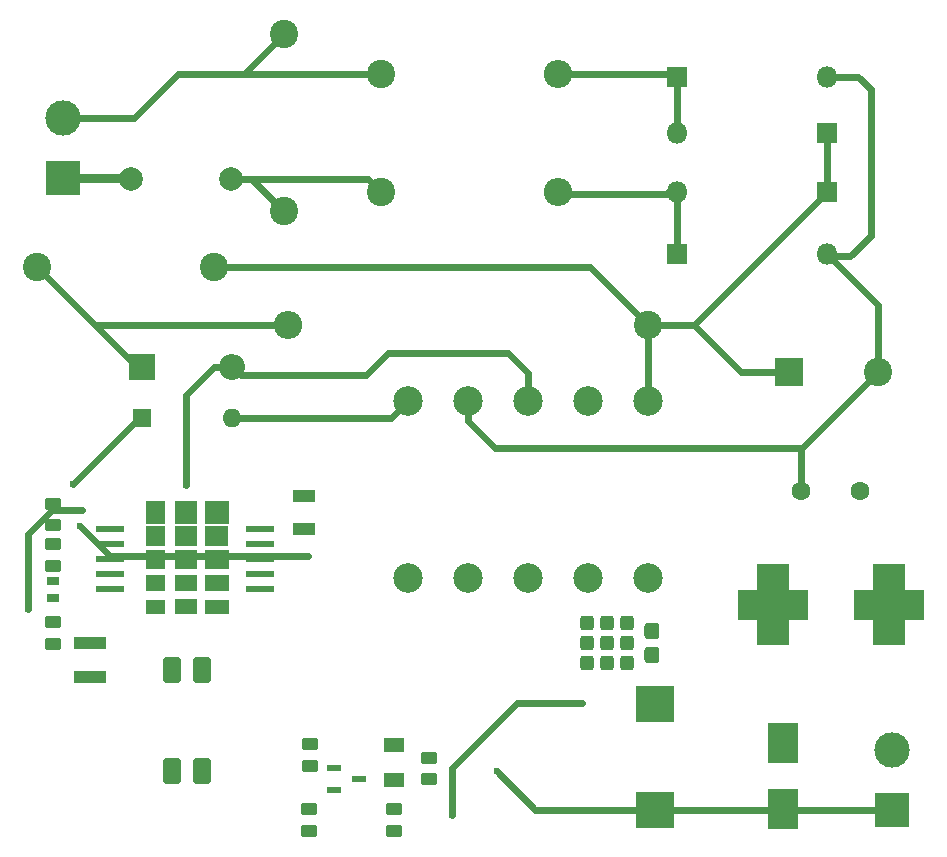
<source format=gbr>
%TF.GenerationSoftware,KiCad,Pcbnew,8.0.8*%
%TF.CreationDate,2025-03-04T11:57:41-03:00*%
%TF.ProjectId,switched_power_supply,73776974-6368-4656-945f-706f7765725f,rev?*%
%TF.SameCoordinates,Original*%
%TF.FileFunction,Paste,Top*%
%TF.FilePolarity,Positive*%
%FSLAX46Y46*%
G04 Gerber Fmt 4.6, Leading zero omitted, Abs format (unit mm)*
G04 Created by KiCad (PCBNEW 8.0.8) date 2025-03-04 11:57:41*
%MOMM*%
%LPD*%
G01*
G04 APERTURE LIST*
G04 Aperture macros list*
%AMRoundRect*
0 Rectangle with rounded corners*
0 $1 Rounding radius*
0 $2 $3 $4 $5 $6 $7 $8 $9 X,Y pos of 4 corners*
0 Add a 4 corners polygon primitive as box body*
4,1,4,$2,$3,$4,$5,$6,$7,$8,$9,$2,$3,0*
0 Add four circle primitives for the rounded corners*
1,1,$1+$1,$2,$3*
1,1,$1+$1,$4,$5*
1,1,$1+$1,$6,$7*
1,1,$1+$1,$8,$9*
0 Add four rect primitives between the rounded corners*
20,1,$1+$1,$2,$3,$4,$5,0*
20,1,$1+$1,$4,$5,$6,$7,0*
20,1,$1+$1,$6,$7,$8,$9,0*
20,1,$1+$1,$8,$9,$2,$3,0*%
G04 Aperture macros list end*
%ADD10C,0.010000*%
%ADD11RoundRect,0.250000X0.450000X-0.262500X0.450000X0.262500X-0.450000X0.262500X-0.450000X-0.262500X0*%
%ADD12R,2.800000X2.200000*%
%ADD13R,6.000000X2.500000*%
%ADD14RoundRect,0.250000X-0.450000X0.262500X-0.450000X-0.262500X0.450000X-0.262500X0.450000X0.262500X0*%
%ADD15R,1.250000X0.600000*%
%ADD16R,1.800000X1.150000*%
%ADD17RoundRect,0.300000X0.300000X-0.325000X0.300000X0.325000X-0.300000X0.325000X-0.300000X-0.325000X0*%
%ADD18RoundRect,0.317500X-0.317500X0.382500X-0.317500X-0.382500X0.317500X-0.382500X0.317500X0.382500X0*%
%ADD19R,0.980000X0.780000*%
%ADD20R,2.450000X0.630000*%
%ADD21R,2.500000X3.500000*%
%ADD22RoundRect,0.185000X0.555000X-0.890000X0.555000X0.890000X-0.555000X0.890000X-0.555000X-0.890000X0*%
%ADD23R,3.200000X3.050000*%
%ADD24R,1.870000X1.030000*%
%ADD25R,2.720000X1.020000*%
%TA.AperFunction,ComponentPad*%
%ADD26R,1.800000X1.800000*%
%TD*%
%TA.AperFunction,ComponentPad*%
%ADD27O,1.800000X1.800000*%
%TD*%
%TA.AperFunction,ComponentPad*%
%ADD28C,2.500000*%
%TD*%
%TA.AperFunction,ComponentPad*%
%ADD29R,3.000000X3.000000*%
%TD*%
%TA.AperFunction,ComponentPad*%
%ADD30C,3.000000*%
%TD*%
%TA.AperFunction,ComponentPad*%
%ADD31C,2.400000*%
%TD*%
%TA.AperFunction,ComponentPad*%
%ADD32O,2.400000X2.400000*%
%TD*%
%TA.AperFunction,ComponentPad*%
%ADD33R,1.600000X1.600000*%
%TD*%
%TA.AperFunction,ComponentPad*%
%ADD34O,1.600000X1.600000*%
%TD*%
%TA.AperFunction,ComponentPad*%
%ADD35R,2.400000X2.400000*%
%TD*%
%TA.AperFunction,ComponentPad*%
%ADD36R,2.200000X2.200000*%
%TD*%
%TA.AperFunction,ComponentPad*%
%ADD37O,2.200000X2.200000*%
%TD*%
%TA.AperFunction,ComponentPad*%
%ADD38C,2.000000*%
%TD*%
%TA.AperFunction,ComponentPad*%
%ADD39C,1.600000*%
%TD*%
%TA.AperFunction,ViaPad*%
%ADD40C,0.600000*%
%TD*%
%TA.AperFunction,Conductor*%
%ADD41C,0.600000*%
%TD*%
%TA.AperFunction,Conductor*%
%ADD42C,0.800000*%
%TD*%
G04 APERTURE END LIST*
D10*
%TO.C,IC1*%
X120551960Y-102828400D02*
X119069800Y-102828400D01*
X119069800Y-101754060D01*
X120551960Y-101754060D01*
X120551960Y-102828400D01*
G36*
X120551960Y-102828400D02*
G01*
X119069800Y-102828400D01*
X119069800Y-101754060D01*
X120551960Y-101754060D01*
X120551960Y-102828400D01*
G37*
X120559730Y-95228400D02*
X119069800Y-95228400D01*
X119069800Y-93351220D01*
X120559730Y-93351220D01*
X120559730Y-95228400D01*
G36*
X120559730Y-95228400D02*
G01*
X119069800Y-95228400D01*
X119069800Y-93351220D01*
X120559730Y-93351220D01*
X120559730Y-95228400D01*
G37*
X120573200Y-100928400D02*
X119069800Y-100928400D01*
X119069800Y-99632570D01*
X120573200Y-99632570D01*
X120573200Y-100928400D01*
G36*
X120573200Y-100928400D02*
G01*
X119069800Y-100928400D01*
X119069800Y-99632570D01*
X120573200Y-99632570D01*
X120573200Y-100928400D01*
G37*
X120575180Y-97128400D02*
X119069800Y-97128400D01*
X119069800Y-95472750D01*
X120575180Y-95472750D01*
X120575180Y-97128400D01*
G36*
X120575180Y-97128400D02*
G01*
X119069800Y-97128400D01*
X119069800Y-95472750D01*
X120575180Y-95472750D01*
X120575180Y-97128400D01*
G37*
X120585040Y-99028400D02*
X119069800Y-99028400D01*
X119069800Y-97556149D01*
X120585040Y-97556149D01*
X120585040Y-99028400D01*
G36*
X120585040Y-99028400D02*
G01*
X119069800Y-99028400D01*
X119069800Y-97556149D01*
X120585040Y-97556149D01*
X120585040Y-99028400D01*
G37*
X123269375Y-99028400D02*
X121539800Y-99028400D01*
X121539800Y-97559307D01*
X123269375Y-97559307D01*
X123269375Y-99028400D01*
G36*
X123269375Y-99028400D02*
G01*
X121539800Y-99028400D01*
X121539800Y-97559307D01*
X123269375Y-97559307D01*
X123269375Y-99028400D01*
G37*
X123274896Y-95228400D02*
X121539800Y-95228400D01*
X121539800Y-93410870D01*
X123274896Y-93410870D01*
X123274896Y-95228400D01*
G36*
X123274896Y-95228400D02*
G01*
X121539800Y-95228400D01*
X121539800Y-93410870D01*
X123274896Y-93410870D01*
X123274896Y-95228400D01*
G37*
X123279431Y-100928400D02*
X121539800Y-100928400D01*
X121539800Y-99633010D01*
X123279431Y-99633010D01*
X123279431Y-100928400D01*
G36*
X123279431Y-100928400D02*
G01*
X121539800Y-100928400D01*
X121539800Y-99633010D01*
X123279431Y-99633010D01*
X123279431Y-100928400D01*
G37*
X123279560Y-102828400D02*
X121539800Y-102828400D01*
X121539800Y-101715790D01*
X123279560Y-101715790D01*
X123279560Y-102828400D01*
G36*
X123279560Y-102828400D02*
G01*
X121539800Y-102828400D01*
X121539800Y-101715790D01*
X123279560Y-101715790D01*
X123279560Y-102828400D01*
G37*
X123281714Y-97128400D02*
X121539800Y-97128400D01*
X121539800Y-95461300D01*
X123281714Y-95461300D01*
X123281714Y-97128400D01*
G36*
X123281714Y-97128400D02*
G01*
X121539800Y-97128400D01*
X121539800Y-95461300D01*
X123281714Y-95461300D01*
X123281714Y-97128400D01*
G37*
X125923860Y-97128400D02*
X124009800Y-97128400D01*
X124009800Y-95517870D01*
X125923860Y-95517870D01*
X125923860Y-97128400D01*
G36*
X125923860Y-97128400D02*
G01*
X124009800Y-97128400D01*
X124009800Y-95517870D01*
X125923860Y-95517870D01*
X125923860Y-97128400D01*
G37*
X125955700Y-99028400D02*
X124009800Y-99028400D01*
X124009800Y-97557300D01*
X125955700Y-97557300D01*
X125955700Y-99028400D01*
G36*
X125955700Y-99028400D02*
G01*
X124009800Y-99028400D01*
X124009800Y-97557300D01*
X125955700Y-97557300D01*
X125955700Y-99028400D01*
G37*
X125962160Y-100928400D02*
X124009800Y-100928400D01*
X124009800Y-99624270D01*
X125962160Y-99624270D01*
X125962160Y-100928400D01*
G36*
X125962160Y-100928400D02*
G01*
X124009800Y-100928400D01*
X124009800Y-99624270D01*
X125962160Y-99624270D01*
X125962160Y-100928400D01*
G37*
X125977430Y-95228400D02*
X124009800Y-95228400D01*
X124009800Y-93398540D01*
X125977430Y-93398540D01*
X125977430Y-95228400D01*
G36*
X125977430Y-95228400D02*
G01*
X124009800Y-95228400D01*
X124009800Y-93398540D01*
X125977430Y-93398540D01*
X125977430Y-95228400D01*
G37*
X126013630Y-102828400D02*
X124009800Y-102828400D01*
X124009800Y-101740870D01*
X126013630Y-101740870D01*
X126013630Y-102828400D01*
G36*
X126013630Y-102828400D02*
G01*
X124009800Y-102828400D01*
X124009800Y-101740870D01*
X126013630Y-101740870D01*
X126013630Y-102828400D01*
G37*
%TD*%
D11*
%TO.C,R2*%
X111213800Y-105458900D03*
X111213800Y-103633900D03*
%TD*%
D12*
%TO.C,C9*%
X182000000Y-99800000D03*
X172100000Y-99800000D03*
X182000000Y-104500000D03*
X172100000Y-104500000D03*
D13*
X172100000Y-102150000D03*
X182000000Y-102150000D03*
%TD*%
D14*
%TO.C,R8*%
X140088500Y-119461000D03*
X140088500Y-121286000D03*
%TD*%
D15*
%TO.C,U2*%
X134974500Y-115971000D03*
X134974500Y-117871000D03*
X137074500Y-116921000D03*
%TD*%
D11*
%TO.C,R5*%
X132976500Y-115801500D03*
X132976500Y-113976500D03*
%TD*%
D16*
%TO.C,C10*%
X140088500Y-114024000D03*
X140088500Y-117024000D03*
%TD*%
D17*
%TO.C,D4*%
X159757000Y-103710000D03*
X158067000Y-103710000D03*
X156407000Y-103710000D03*
X159757000Y-105410000D03*
X158067000Y-105410000D03*
X156407000Y-105410000D03*
X159757000Y-107110000D03*
X158067000Y-107110000D03*
X156407000Y-107110000D03*
D18*
X161872000Y-104370000D03*
X161872000Y-106450000D03*
%TD*%
D19*
%TO.C,C2*%
X111213800Y-100163400D03*
X111213800Y-101563400D03*
%TD*%
D20*
%TO.C,IC1*%
X128699800Y-100863400D03*
X128699800Y-99593400D03*
X128699800Y-98323400D03*
X128699800Y-97053400D03*
X128699800Y-95783400D03*
X116039800Y-95783400D03*
X116039800Y-97053400D03*
X116039800Y-98323400D03*
X116039800Y-99593400D03*
X116039800Y-100863400D03*
%TD*%
D14*
%TO.C,R1*%
X111213800Y-97029900D03*
X111213800Y-98854900D03*
%TD*%
D21*
%TO.C,C11*%
X173024800Y-119436800D03*
X173024800Y-113836800D03*
%TD*%
D22*
%TO.C,U3*%
X121262300Y-116280000D03*
X123802300Y-116280000D03*
X123802300Y-107720000D03*
X121262300Y-107720000D03*
%TD*%
D23*
%TO.C,L2*%
X162179000Y-110562000D03*
X162179000Y-119562000D03*
%TD*%
D24*
%TO.C,C6*%
X132422800Y-95783400D03*
X132422800Y-92943400D03*
%TD*%
D11*
%TO.C,R3*%
X111213800Y-95449400D03*
X111213800Y-93624400D03*
%TD*%
%TO.C,R6*%
X132849500Y-121286000D03*
X132849500Y-119461000D03*
%TD*%
D25*
%TO.C,C4*%
X114300000Y-105450000D03*
X114300000Y-108250000D03*
%TD*%
D14*
%TO.C,R7*%
X143009500Y-115119500D03*
X143009500Y-116944500D03*
%TD*%
D26*
%TO.P,D1d3,1,K*%
%TO.N,/BarP*%
X176700000Y-67225000D03*
D27*
%TO.P,D1d3,2,A*%
%TO.N,Net-(D1d1-K)*%
X164000000Y-67225000D03*
%TD*%
D26*
%TO.P,D1d2,1,K*%
%TO.N,/BarP*%
X176700000Y-62225000D03*
D27*
%TO.P,D1d2,2,A*%
%TO.N,Net-(D1d2-A)*%
X164000000Y-62225000D03*
%TD*%
D28*
%TO.P,T1,1*%
%TO.N,N/C*%
X161544000Y-99888500D03*
%TO.P,T1,2,2*%
%TO.N,Net-(D4-A)*%
X156464000Y-99888500D03*
%TO.P,T1,3*%
%TO.N,N/C*%
X151384000Y-99888500D03*
%TO.P,T1,4*%
X146304000Y-99888500D03*
%TO.P,T1,5,5*%
%TO.N,Terra*%
X141224000Y-99888500D03*
%TO.P,T1,6,6*%
%TO.N,Net-(D2-A)*%
X141224000Y-84888500D03*
%TO.P,T1,7,7*%
%TO.N,GND*%
X146304000Y-84888500D03*
%TO.P,T1,8,8*%
%TO.N,/Drain*%
X151384000Y-84888500D03*
%TO.P,T1,9*%
%TO.N,N/C*%
X156464000Y-84888500D03*
%TO.P,T1,10,10*%
%TO.N,/BarP*%
X161544000Y-84888500D03*
%TD*%
D26*
%TO.P,D1d1,1,K*%
%TO.N,Net-(D1d1-K)*%
X164000000Y-72500000D03*
D27*
%TO.P,D1d1,2,A*%
%TO.N,GND*%
X176700000Y-72500000D03*
%TD*%
D29*
%TO.P,V1,1,1*%
%TO.N,Net-(F1-Pad1)*%
X112050000Y-66040000D03*
D30*
%TO.P,V1,2,2*%
%TO.N,Net-(C3-Pad2)*%
X112050000Y-60960000D03*
%TD*%
D31*
%TO.P,R4,1,1*%
%TO.N,/BarP*%
X161595000Y-78500000D03*
D32*
%TO.P,R4,2,2*%
%TO.N,Net-(D3-K)*%
X131115000Y-78500000D03*
%TD*%
D26*
%TO.P,D1d4,1,K*%
%TO.N,Net-(D1d2-A)*%
X164000000Y-57500000D03*
D27*
%TO.P,D1d4,2,A*%
%TO.N,GND*%
X176700000Y-57500000D03*
%TD*%
D31*
%TO.P,C3,1,1*%
%TO.N,Net-(C3-Pad1)*%
X130700000Y-68850000D03*
%TO.P,C3,2,2*%
%TO.N,Net-(C3-Pad2)*%
X130700000Y-53850000D03*
%TD*%
D29*
%TO.P,V2,1,1*%
%TO.N,/Vout*%
X182245000Y-119507000D03*
D30*
%TO.P,V2,2,2*%
%TO.N,Terra*%
X182245000Y-114427000D03*
%TD*%
D31*
%TO.P,C3b1,1,1*%
%TO.N,/BarP*%
X124800000Y-73550000D03*
%TO.P,C3b1,2,2*%
%TO.N,Net-(D3-K)*%
X109800000Y-73550000D03*
%TD*%
D33*
%TO.P,D2,1,K*%
%TO.N,Net-(D2-K)*%
X118745000Y-86360000D03*
D34*
%TO.P,D2,2,A*%
%TO.N,Net-(D2-A)*%
X126365000Y-86360000D03*
%TD*%
D35*
%TO.P,C7,1,1*%
%TO.N,/BarP*%
X173487246Y-82500000D03*
D31*
%TO.P,C7,2,2*%
%TO.N,GND*%
X180987246Y-82500000D03*
%TD*%
D36*
%TO.P,D3,1,K*%
%TO.N,Net-(D3-K)*%
X118745000Y-82000000D03*
D37*
%TO.P,D3,2,A*%
%TO.N,/Drain*%
X126365000Y-82000000D03*
%TD*%
D38*
%TO.P,F1,1,1*%
%TO.N,Net-(F1-Pad1)*%
X117750000Y-66110000D03*
%TO.P,F1,2,2*%
%TO.N,Net-(C3-Pad1)*%
X126250000Y-66110000D03*
%TD*%
D39*
%TO.P,C5,1,1*%
%TO.N,GND*%
X174500000Y-92500000D03*
%TO.P,C5,2,2*%
%TO.N,Terra*%
X179500000Y-92500000D03*
%TD*%
D31*
%TO.P,L1,1,1*%
%TO.N,Net-(C3-Pad2)*%
X138975000Y-57225000D03*
D32*
%TO.P,L1,2,2*%
%TO.N,Net-(D1d2-A)*%
X153975000Y-57225000D03*
D31*
%TO.P,L1,3,3*%
%TO.N,Net-(C3-Pad1)*%
X138975000Y-67225000D03*
D32*
%TO.P,L1,4,4*%
%TO.N,Net-(D1d1-K)*%
X153975000Y-67225000D03*
%TD*%
D40*
%TO.N,/Drain*%
X122400000Y-92000000D03*
%TO.N,/Cmp*%
X109054800Y-102514400D03*
X113626800Y-94132400D03*
%TO.N,/Vdd*%
X132803800Y-98069400D03*
X113499800Y-95529400D03*
%TO.N,Net-(D2-K)*%
X112900000Y-91950000D03*
%TO.N,Net-(D4-K)*%
X145000000Y-120000000D03*
X156000000Y-110500000D03*
%TO.N,/Vout*%
X148750000Y-116250000D03*
%TD*%
D41*
%TO.N,Net-(D1d1-K)*%
X163050000Y-67400000D02*
X153975000Y-67400000D01*
X164000000Y-67225000D02*
X163225000Y-67225000D01*
X163225000Y-67225000D02*
X163050000Y-67400000D01*
X164000000Y-72500000D02*
X164000000Y-67225000D01*
%TO.N,GND*%
X180987246Y-82500000D02*
X174604746Y-88882500D01*
X176700000Y-72500000D02*
X180987246Y-76787246D01*
X173480000Y-88882500D02*
X148612500Y-88882500D01*
X174500000Y-88882500D02*
X174500000Y-92500000D01*
X176850000Y-72650000D02*
X178675000Y-72650000D01*
X146304000Y-86574000D02*
X146304000Y-84888500D01*
X179375000Y-57500000D02*
X176700000Y-57500000D01*
X180400000Y-70925000D02*
X180400000Y-58525000D01*
X148612500Y-88882500D02*
X146304000Y-86574000D01*
X176700000Y-72500000D02*
X176850000Y-72650000D01*
X173480000Y-88882500D02*
X174500000Y-88882500D01*
X180987246Y-76787246D02*
X180987246Y-81375254D01*
X174604746Y-88882500D02*
X173480000Y-88882500D01*
X180400000Y-58525000D02*
X179375000Y-57500000D01*
X178675000Y-72650000D02*
X180400000Y-70925000D01*
%TO.N,/BarP*%
X161595000Y-78500000D02*
X165425000Y-78500000D01*
X165425000Y-78500000D02*
X176700000Y-67225000D01*
X169425000Y-82500000D02*
X165425000Y-78500000D01*
X176700000Y-62225000D02*
X176700000Y-67225000D01*
X173487246Y-82500000D02*
X169425000Y-82500000D01*
X156645000Y-73550000D02*
X161595000Y-78500000D01*
X124800000Y-73550000D02*
X156645000Y-73550000D01*
X161595000Y-83896000D02*
X161595000Y-78500000D01*
X161507500Y-78500000D02*
X161507500Y-77855000D01*
X161507500Y-78500000D02*
X161507500Y-78000000D01*
X161544000Y-83947000D02*
X161595000Y-83896000D01*
%TO.N,Net-(D1d2-A)*%
X164500000Y-57000000D02*
X164000000Y-57500000D01*
X163725000Y-57225000D02*
X154150000Y-57225000D01*
X164000000Y-57500000D02*
X163725000Y-57225000D01*
X154150000Y-57225000D02*
X153975000Y-57400000D01*
X164000000Y-57500000D02*
X164000000Y-62225000D01*
%TO.N,Net-(D3-K)*%
X114750000Y-78500000D02*
X131115000Y-78500000D01*
X109800000Y-73550000D02*
X114750000Y-78500000D01*
X131150000Y-78535000D02*
X131115000Y-78500000D01*
X117530000Y-81280000D02*
X118745000Y-81280000D01*
X117125000Y-80875000D02*
X117530000Y-81280000D01*
X114750000Y-78500000D02*
X117125000Y-80875000D01*
X118250000Y-82000000D02*
X118745000Y-82000000D01*
X117125000Y-80875000D02*
X118250000Y-82000000D01*
%TO.N,/Drain*%
X137692468Y-82692467D02*
X139546435Y-80838500D01*
X149698500Y-80838500D02*
X151384000Y-82524000D01*
X126365000Y-82000000D02*
X127057467Y-82692467D01*
X127057467Y-82692467D02*
X137692468Y-82692467D01*
X124809366Y-82000000D02*
X122400000Y-84409366D01*
X126365000Y-82000000D02*
X124809366Y-82000000D01*
X139546435Y-80838500D02*
X149698500Y-80838500D01*
X126365000Y-81280000D02*
X126835000Y-81750000D01*
X151384000Y-82524000D02*
X151384000Y-84888500D01*
X122400000Y-84409366D02*
X122400000Y-92000000D01*
%TO.N,/Cmp*%
X109054800Y-102514400D02*
X109054800Y-96164400D01*
X111086800Y-94132400D02*
X113626800Y-94132400D01*
X109054800Y-96164400D02*
X111086800Y-94132400D01*
%TO.N,/Vdd*%
X132803800Y-98069400D02*
X116039800Y-98069400D01*
X116039800Y-98069400D02*
X113499800Y-95529400D01*
D42*
%TO.N,Terra*%
X141224000Y-100024000D02*
X141224000Y-99888500D01*
D41*
%TO.N,Net-(D2-K)*%
X118490000Y-86360000D02*
X118745000Y-86360000D01*
X112900000Y-91950000D02*
X118490000Y-86360000D01*
%TO.N,Net-(C3-Pad1)*%
X137860000Y-66110000D02*
X138975000Y-67225000D01*
X127960000Y-66110000D02*
X130700000Y-68850000D01*
X126250000Y-66110000D02*
X137860000Y-66110000D01*
X126250000Y-66110000D02*
X127960000Y-66110000D01*
X138975000Y-67225000D02*
X138975000Y-66885000D01*
%TO.N,Net-(C3-Pad2)*%
X121785000Y-57225000D02*
X118050000Y-60960000D01*
X138800000Y-57225000D02*
X121785000Y-57225000D01*
X118050000Y-60960000D02*
X112050000Y-60960000D01*
X127325000Y-57225000D02*
X121785000Y-57225000D01*
X138975000Y-57400000D02*
X138800000Y-57225000D01*
X130700000Y-53850000D02*
X127325000Y-57225000D01*
%TO.N,Net-(D4-K)*%
X145000000Y-120000000D02*
X145000000Y-116000422D01*
X145000000Y-116000422D02*
X150500422Y-110500000D01*
X150500422Y-110500000D02*
X156000000Y-110500000D01*
%TO.N,/Vout*%
X148750000Y-116250000D02*
X152007000Y-119507000D01*
X152007000Y-119507000D02*
X182245000Y-119507000D01*
%TO.N,Net-(D2-A)*%
X139752500Y-86360000D02*
X126365000Y-86360000D01*
X141224000Y-84888500D02*
X139752500Y-86360000D01*
D42*
%TO.N,Net-(F1-Pad1)*%
X112050000Y-66040000D02*
X117680000Y-66040000D01*
X117680000Y-66040000D02*
X117750000Y-66110000D01*
%TD*%
M02*

</source>
